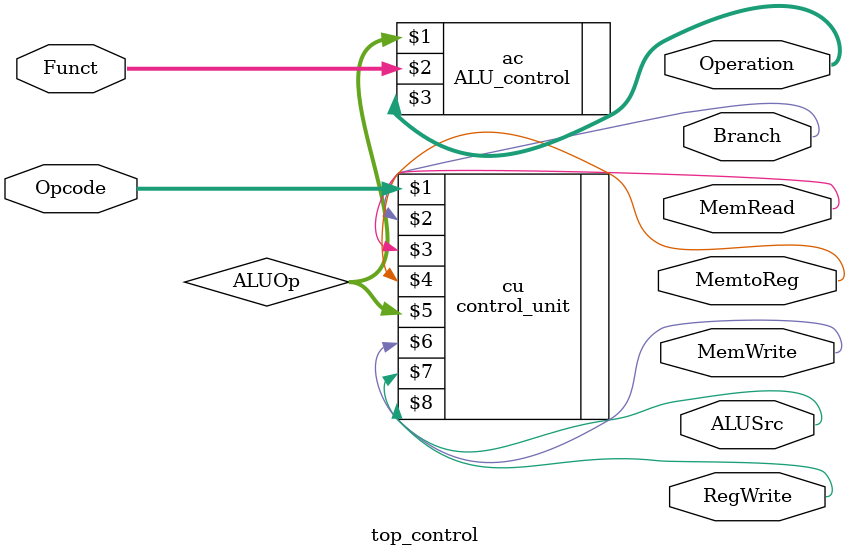
<source format=v>
`timescale 1ns / 1ps


module top_control(
    input [6:0] Opcode,
    input [3:0] Funct,
    output Branch,
    output MemRead,
    output MemtoReg,
    output MemWrite,
    output ALUSrc,
    output RegWrite,
    output [3:0] Operation
    );
    
    wire [1:0]ALUOp;
    control_unit cu(Opcode,Branch,MemRead,MemtoReg,ALUOp,MemWrite,ALUSrc,RegWrite);
    ALU_control ac(ALUOp,Funct,Operation);
    
endmodule
</source>
